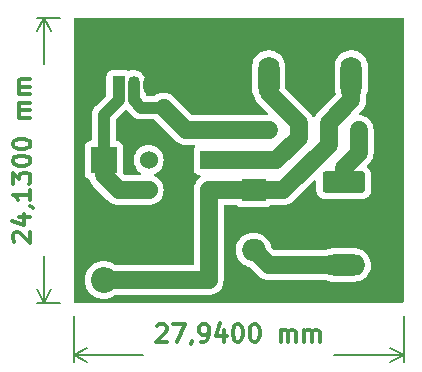
<source format=gbr>
%TF.GenerationSoftware,KiCad,Pcbnew,(6.0.0)*%
%TF.CreationDate,2023-01-12T11:24:50+01:00*%
%TF.ProjectId,AlimThermostats,416c696d-5468-4657-926d-6f7374617473,rev?*%
%TF.SameCoordinates,Original*%
%TF.FileFunction,Copper,L2,Bot*%
%TF.FilePolarity,Positive*%
%FSLAX46Y46*%
G04 Gerber Fmt 4.6, Leading zero omitted, Abs format (unit mm)*
G04 Created by KiCad (PCBNEW (6.0.0)) date 2023-01-12 11:24:50*
%MOMM*%
%LPD*%
G01*
G04 APERTURE LIST*
G04 Aperture macros list*
%AMRoundRect*
0 Rectangle with rounded corners*
0 $1 Rounding radius*
0 $2 $3 $4 $5 $6 $7 $8 $9 X,Y pos of 4 corners*
0 Add a 4 corners polygon primitive as box body*
4,1,4,$2,$3,$4,$5,$6,$7,$8,$9,$2,$3,0*
0 Add four circle primitives for the rounded corners*
1,1,$1+$1,$2,$3*
1,1,$1+$1,$4,$5*
1,1,$1+$1,$6,$7*
1,1,$1+$1,$8,$9*
0 Add four rect primitives between the rounded corners*
20,1,$1+$1,$2,$3,$4,$5,0*
20,1,$1+$1,$4,$5,$6,$7,0*
20,1,$1+$1,$6,$7,$8,$9,0*
20,1,$1+$1,$8,$9,$2,$3,0*%
G04 Aperture macros list end*
%ADD10C,0.300000*%
%TA.AperFunction,NonConductor*%
%ADD11C,0.300000*%
%TD*%
%TA.AperFunction,NonConductor*%
%ADD12C,0.200000*%
%TD*%
%TA.AperFunction,ComponentPad*%
%ADD13R,2.000000X1.905000*%
%TD*%
%TA.AperFunction,ComponentPad*%
%ADD14O,2.000000X1.905000*%
%TD*%
%TA.AperFunction,ComponentPad*%
%ADD15R,2.200000X2.200000*%
%TD*%
%TA.AperFunction,ComponentPad*%
%ADD16O,2.200000X2.200000*%
%TD*%
%TA.AperFunction,ComponentPad*%
%ADD17RoundRect,0.250000X-1.550000X0.650000X-1.550000X-0.650000X1.550000X-0.650000X1.550000X0.650000X0*%
%TD*%
%TA.AperFunction,ComponentPad*%
%ADD18O,3.600000X1.800000*%
%TD*%
%TA.AperFunction,ComponentPad*%
%ADD19O,1.400000X1.400000*%
%TD*%
%TA.AperFunction,ComponentPad*%
%ADD20C,1.400000*%
%TD*%
%TA.AperFunction,ComponentPad*%
%ADD21R,1.524000X1.524000*%
%TD*%
%TA.AperFunction,ComponentPad*%
%ADD22C,1.524000*%
%TD*%
%TA.AperFunction,ComponentPad*%
%ADD23RoundRect,0.250000X-0.650000X-1.550000X0.650000X-1.550000X0.650000X1.550000X-0.650000X1.550000X0*%
%TD*%
%TA.AperFunction,ComponentPad*%
%ADD24O,1.800000X3.600000*%
%TD*%
%TA.AperFunction,ComponentPad*%
%ADD25R,1.050000X1.500000*%
%TD*%
%TA.AperFunction,ComponentPad*%
%ADD26O,1.050000X1.500000*%
%TD*%
%TA.AperFunction,Conductor*%
%ADD27C,1.500000*%
%TD*%
%TA.AperFunction,Conductor*%
%ADD28C,1.000000*%
%TD*%
G04 APERTURE END LIST*
D10*
D11*
X124521428Y-72968571D02*
X124450000Y-72897142D01*
X124378571Y-72754285D01*
X124378571Y-72397142D01*
X124450000Y-72254285D01*
X124521428Y-72182857D01*
X124664285Y-72111428D01*
X124807142Y-72111428D01*
X125021428Y-72182857D01*
X125878571Y-73040000D01*
X125878571Y-72111428D01*
X124878571Y-70825714D02*
X125878571Y-70825714D01*
X124307142Y-71182857D02*
X125378571Y-71540000D01*
X125378571Y-70611428D01*
X125807142Y-69968571D02*
X125878571Y-69968571D01*
X126021428Y-70040000D01*
X126092857Y-70111428D01*
X125878571Y-68540000D02*
X125878571Y-69397142D01*
X125878571Y-68968571D02*
X124378571Y-68968571D01*
X124592857Y-69111428D01*
X124735714Y-69254285D01*
X124807142Y-69397142D01*
X124378571Y-68040000D02*
X124378571Y-67111428D01*
X124950000Y-67611428D01*
X124950000Y-67397142D01*
X125021428Y-67254285D01*
X125092857Y-67182857D01*
X125235714Y-67111428D01*
X125592857Y-67111428D01*
X125735714Y-67182857D01*
X125807142Y-67254285D01*
X125878571Y-67397142D01*
X125878571Y-67825714D01*
X125807142Y-67968571D01*
X125735714Y-68040000D01*
X124378571Y-66182857D02*
X124378571Y-66040000D01*
X124450000Y-65897142D01*
X124521428Y-65825714D01*
X124664285Y-65754285D01*
X124950000Y-65682857D01*
X125307142Y-65682857D01*
X125592857Y-65754285D01*
X125735714Y-65825714D01*
X125807142Y-65897142D01*
X125878571Y-66040000D01*
X125878571Y-66182857D01*
X125807142Y-66325714D01*
X125735714Y-66397142D01*
X125592857Y-66468571D01*
X125307142Y-66540000D01*
X124950000Y-66540000D01*
X124664285Y-66468571D01*
X124521428Y-66397142D01*
X124450000Y-66325714D01*
X124378571Y-66182857D01*
X124378571Y-64754285D02*
X124378571Y-64611428D01*
X124450000Y-64468571D01*
X124521428Y-64397142D01*
X124664285Y-64325714D01*
X124950000Y-64254285D01*
X125307142Y-64254285D01*
X125592857Y-64325714D01*
X125735714Y-64397142D01*
X125807142Y-64468571D01*
X125878571Y-64611428D01*
X125878571Y-64754285D01*
X125807142Y-64897142D01*
X125735714Y-64968571D01*
X125592857Y-65040000D01*
X125307142Y-65111428D01*
X124950000Y-65111428D01*
X124664285Y-65040000D01*
X124521428Y-64968571D01*
X124450000Y-64897142D01*
X124378571Y-64754285D01*
X125878571Y-62468571D02*
X124878571Y-62468571D01*
X125021428Y-62468571D02*
X124950000Y-62397142D01*
X124878571Y-62254285D01*
X124878571Y-62040000D01*
X124950000Y-61897142D01*
X125092857Y-61825714D01*
X125878571Y-61825714D01*
X125092857Y-61825714D02*
X124950000Y-61754285D01*
X124878571Y-61611428D01*
X124878571Y-61397142D01*
X124950000Y-61254285D01*
X125092857Y-61182857D01*
X125878571Y-61182857D01*
X125878571Y-60468571D02*
X124878571Y-60468571D01*
X125021428Y-60468571D02*
X124950000Y-60397142D01*
X124878571Y-60254285D01*
X124878571Y-60040000D01*
X124950000Y-59897142D01*
X125092857Y-59825714D01*
X125878571Y-59825714D01*
X125092857Y-59825714D02*
X124950000Y-59754285D01*
X124878571Y-59611428D01*
X124878571Y-59397142D01*
X124950000Y-59254285D01*
X125092857Y-59182857D01*
X125878571Y-59182857D01*
D12*
X128405000Y-78105000D02*
X126413580Y-78105000D01*
X128405000Y-53975000D02*
X126413580Y-53975000D01*
X127000000Y-78105000D02*
X127000000Y-74154285D01*
X127000000Y-57925714D02*
X127000000Y-53975000D01*
X127000000Y-78105000D02*
X127586421Y-76978496D01*
X127000000Y-78105000D02*
X126413579Y-76978496D01*
X127000000Y-53975000D02*
X126413579Y-55101504D01*
X127000000Y-53975000D02*
X127586421Y-55101504D01*
D10*
D11*
X136581428Y-80071428D02*
X136652857Y-80000000D01*
X136795714Y-79928571D01*
X137152857Y-79928571D01*
X137295714Y-80000000D01*
X137367142Y-80071428D01*
X137438571Y-80214285D01*
X137438571Y-80357142D01*
X137367142Y-80571428D01*
X136510000Y-81428571D01*
X137438571Y-81428571D01*
X137938571Y-79928571D02*
X138938571Y-79928571D01*
X138295714Y-81428571D01*
X139581428Y-81357142D02*
X139581428Y-81428571D01*
X139510000Y-81571428D01*
X139438571Y-81642857D01*
X140295714Y-81428571D02*
X140581428Y-81428571D01*
X140724285Y-81357142D01*
X140795714Y-81285714D01*
X140938571Y-81071428D01*
X141010000Y-80785714D01*
X141010000Y-80214285D01*
X140938571Y-80071428D01*
X140867142Y-80000000D01*
X140724285Y-79928571D01*
X140438571Y-79928571D01*
X140295714Y-80000000D01*
X140224285Y-80071428D01*
X140152857Y-80214285D01*
X140152857Y-80571428D01*
X140224285Y-80714285D01*
X140295714Y-80785714D01*
X140438571Y-80857142D01*
X140724285Y-80857142D01*
X140867142Y-80785714D01*
X140938571Y-80714285D01*
X141010000Y-80571428D01*
X142295714Y-80428571D02*
X142295714Y-81428571D01*
X141938571Y-79857142D02*
X141581428Y-80928571D01*
X142510000Y-80928571D01*
X143367142Y-79928571D02*
X143510000Y-79928571D01*
X143652857Y-80000000D01*
X143724285Y-80071428D01*
X143795714Y-80214285D01*
X143867142Y-80500000D01*
X143867142Y-80857142D01*
X143795714Y-81142857D01*
X143724285Y-81285714D01*
X143652857Y-81357142D01*
X143510000Y-81428571D01*
X143367142Y-81428571D01*
X143224285Y-81357142D01*
X143152857Y-81285714D01*
X143081428Y-81142857D01*
X143010000Y-80857142D01*
X143010000Y-80500000D01*
X143081428Y-80214285D01*
X143152857Y-80071428D01*
X143224285Y-80000000D01*
X143367142Y-79928571D01*
X144795714Y-79928571D02*
X144938571Y-79928571D01*
X145081428Y-80000000D01*
X145152857Y-80071428D01*
X145224285Y-80214285D01*
X145295714Y-80500000D01*
X145295714Y-80857142D01*
X145224285Y-81142857D01*
X145152857Y-81285714D01*
X145081428Y-81357142D01*
X144938571Y-81428571D01*
X144795714Y-81428571D01*
X144652857Y-81357142D01*
X144581428Y-81285714D01*
X144510000Y-81142857D01*
X144438571Y-80857142D01*
X144438571Y-80500000D01*
X144510000Y-80214285D01*
X144581428Y-80071428D01*
X144652857Y-80000000D01*
X144795714Y-79928571D01*
X147081428Y-81428571D02*
X147081428Y-80428571D01*
X147081428Y-80571428D02*
X147152857Y-80500000D01*
X147295714Y-80428571D01*
X147510000Y-80428571D01*
X147652857Y-80500000D01*
X147724285Y-80642857D01*
X147724285Y-81428571D01*
X147724285Y-80642857D02*
X147795714Y-80500000D01*
X147938571Y-80428571D01*
X148152857Y-80428571D01*
X148295714Y-80500000D01*
X148367142Y-80642857D01*
X148367142Y-81428571D01*
X149081428Y-81428571D02*
X149081428Y-80428571D01*
X149081428Y-80571428D02*
X149152857Y-80500000D01*
X149295714Y-80428571D01*
X149510000Y-80428571D01*
X149652857Y-80500000D01*
X149724285Y-80642857D01*
X149724285Y-81428571D01*
X149724285Y-80642857D02*
X149795714Y-80500000D01*
X149938571Y-80428571D01*
X150152857Y-80428571D01*
X150295714Y-80500000D01*
X150367142Y-80642857D01*
X150367142Y-81428571D01*
D12*
X129540000Y-79240000D02*
X129540000Y-83136420D01*
X157480000Y-79240000D02*
X157480000Y-83136420D01*
X129540000Y-82550000D02*
X135395715Y-82550000D01*
X151624286Y-82550000D02*
X157480000Y-82550000D01*
X129540000Y-82550000D02*
X130666504Y-83136421D01*
X129540000Y-82550000D02*
X130666504Y-81963579D01*
X157480000Y-82550000D02*
X156353496Y-81963579D01*
X157480000Y-82550000D02*
X156353496Y-83136421D01*
D13*
%TO.P,U1,1,VI*%
%TO.N,Net-(D1-Pad2)*%
X144780000Y-68580000D03*
D14*
%TO.P,U1,2,GND*%
%TO.N,GND*%
X144780000Y-71120000D03*
%TO.P,U1,3,VO*%
%TO.N,Net-(J2-Pad3)*%
X144780000Y-73660000D03*
%TD*%
D15*
%TO.P,D1,1,K*%
%TO.N,Net-(D1-Pad1)*%
X132080000Y-66040000D03*
D16*
%TO.P,D1,2,A*%
%TO.N,Net-(D1-Pad2)*%
X132080000Y-76200000D03*
%TD*%
D17*
%TO.P,J2,1,Pin_1*%
%TO.N,Net-(J2-Pad1)*%
X152400000Y-67930000D03*
D18*
%TO.P,J2,2,Pin_2*%
%TO.N,GND*%
X152400000Y-71430000D03*
%TO.P,J2,3,Pin_3*%
%TO.N,Net-(J2-Pad3)*%
X152400000Y-74930000D03*
%TD*%
D19*
%TO.P,R1,2*%
%TO.N,Net-(J2-Pad1)*%
X153670000Y-63500000D03*
D20*
%TO.P,R1,1*%
%TO.N,Net-(Q1-Pad2)*%
X146050000Y-63500000D03*
%TD*%
D21*
%TO.P,K1,1*%
%TO.N,Net-(K1-Pad1)*%
X140970000Y-66040000D03*
D22*
%TO.P,K1,2*%
%TO.N,unconnected-(K1-Pad2)*%
X135890000Y-66040000D03*
%TO.P,K1,3*%
%TO.N,Net-(D1-Pad2)*%
X140970000Y-68580000D03*
%TO.P,K1,4*%
%TO.N,Net-(D1-Pad1)*%
X135890000Y-68580000D03*
%TO.P,K1,5*%
%TO.N,Net-(D1-Pad2)*%
X140970000Y-76200000D03*
%TO.P,K1,6*%
X135890000Y-76200000D03*
%TD*%
D23*
%TO.P,J1,1,Pin_1*%
%TO.N,GND*%
X142550000Y-59055000D03*
D24*
%TO.P,J1,2,Pin_2*%
%TO.N,Net-(K1-Pad1)*%
X146050000Y-59055000D03*
%TO.P,J1,3,Pin_3*%
%TO.N,GND*%
X149550000Y-59055000D03*
%TO.P,J1,4,Pin_4*%
%TO.N,Net-(D1-Pad2)*%
X153050000Y-59055000D03*
%TD*%
D25*
%TO.P,Q1,1,D*%
%TO.N,Net-(D1-Pad1)*%
X133350000Y-59690000D03*
D26*
%TO.P,Q1,2,G*%
%TO.N,Net-(Q1-Pad2)*%
X134620000Y-59690000D03*
%TO.P,Q1,3,S*%
%TO.N,GND*%
X135890000Y-59690000D03*
%TD*%
D19*
%TO.P,R2,2*%
%TO.N,Net-(Q1-Pad2)*%
X143510000Y-63500000D03*
D20*
%TO.P,R2,1*%
%TO.N,GND*%
X135890000Y-63500000D03*
%TD*%
D27*
%TO.N,Net-(J2-Pad1)*%
X153670000Y-65405000D02*
X152400000Y-66675000D01*
X153670000Y-63500000D02*
X153670000Y-65405000D01*
X152400000Y-66675000D02*
X152400000Y-67930000D01*
%TO.N,Net-(J2-Pad3)*%
X146050000Y-74930000D02*
X144780000Y-73660000D01*
X152400000Y-74930000D02*
X146050000Y-74930000D01*
%TO.N,Net-(K1-Pad1)*%
X146050000Y-60325000D02*
X146050000Y-59055000D01*
X148590000Y-62865000D02*
X146050000Y-60325000D01*
X148590000Y-64135000D02*
X148590000Y-62865000D01*
X146685000Y-66040000D02*
X148590000Y-64135000D01*
X140970000Y-66040000D02*
X146685000Y-66040000D01*
%TO.N,Net-(Q1-Pad2)*%
X139065000Y-63500000D02*
X137160000Y-61595000D01*
X143510000Y-63500000D02*
X139065000Y-63500000D01*
D28*
X135255000Y-61595000D02*
X137160000Y-61595000D01*
X134620000Y-60960000D02*
X135255000Y-61595000D01*
X134620000Y-59690000D02*
X134620000Y-60960000D01*
%TO.N,Net-(D1-Pad1)*%
X132080000Y-62230000D02*
X132080000Y-66040000D01*
X133350000Y-60960000D02*
X132080000Y-62230000D01*
X133350000Y-59690000D02*
X133350000Y-60960000D01*
D27*
%TO.N,Net-(D1-Pad2)*%
X153050000Y-60945000D02*
X153050000Y-59055000D01*
X151130000Y-64730000D02*
X151130000Y-62865000D01*
X147280000Y-68580000D02*
X151130000Y-64730000D01*
X151130000Y-62865000D02*
X153050000Y-60945000D01*
X144780000Y-68580000D02*
X147280000Y-68580000D01*
X135890000Y-76200000D02*
X132080000Y-76200000D01*
X140970000Y-68580000D02*
X140970000Y-76200000D01*
X140970000Y-68580000D02*
X144780000Y-68580000D01*
X140970000Y-76200000D02*
X135890000Y-76200000D01*
%TO.N,Net-(D1-Pad1)*%
X132080000Y-67310000D02*
X132080000Y-66040000D01*
X133350000Y-68580000D02*
X132080000Y-67310000D01*
X135890000Y-68580000D02*
X133350000Y-68580000D01*
%TO.N,Net-(Q1-Pad2)*%
X146050000Y-63500000D02*
X143510000Y-63500000D01*
%TD*%
%TA.AperFunction,Conductor*%
%TO.N,GND*%
G36*
X157422121Y-53995002D02*
G01*
X157468614Y-54048658D01*
X157480000Y-54101000D01*
X157480000Y-77979000D01*
X157459998Y-78047121D01*
X157406342Y-78093614D01*
X157354000Y-78105000D01*
X129666000Y-78105000D01*
X129597879Y-78084998D01*
X129551386Y-78031342D01*
X129540000Y-77979000D01*
X129540000Y-76200000D01*
X130466526Y-76200000D01*
X130486391Y-76452403D01*
X130545495Y-76698591D01*
X130547388Y-76703162D01*
X130547389Y-76703164D01*
X130604974Y-76842185D01*
X130642384Y-76932502D01*
X130774672Y-77148376D01*
X130939102Y-77340898D01*
X131131624Y-77505328D01*
X131347498Y-77637616D01*
X131352068Y-77639509D01*
X131352072Y-77639511D01*
X131576836Y-77732611D01*
X131581409Y-77734505D01*
X131666032Y-77754821D01*
X131822784Y-77792454D01*
X131822790Y-77792455D01*
X131827597Y-77793609D01*
X132080000Y-77813474D01*
X132332403Y-77793609D01*
X132337210Y-77792455D01*
X132337216Y-77792454D01*
X132493968Y-77754821D01*
X132578591Y-77734505D01*
X132583164Y-77732611D01*
X132807928Y-77639511D01*
X132807932Y-77639509D01*
X132812502Y-77637616D01*
X133028376Y-77505328D01*
X133047858Y-77488688D01*
X133112649Y-77459658D01*
X133129689Y-77458500D01*
X135691858Y-77458500D01*
X135702839Y-77458979D01*
X135890000Y-77475353D01*
X135895475Y-77474874D01*
X136077161Y-77458979D01*
X136088142Y-77458500D01*
X140771858Y-77458500D01*
X140782839Y-77458979D01*
X140970000Y-77475353D01*
X141191463Y-77455978D01*
X141335051Y-77417503D01*
X141400886Y-77399863D01*
X141400888Y-77399862D01*
X141406196Y-77398440D01*
X141411178Y-77396117D01*
X141602690Y-77306814D01*
X141602695Y-77306811D01*
X141607677Y-77304488D01*
X141709505Y-77233187D01*
X141785270Y-77180136D01*
X141785273Y-77180134D01*
X141789781Y-77176977D01*
X141946977Y-77019781D01*
X142005136Y-76936722D01*
X142071331Y-76842185D01*
X142071332Y-76842183D01*
X142074488Y-76837676D01*
X142076811Y-76832694D01*
X142076814Y-76832689D01*
X142166117Y-76641178D01*
X142166118Y-76641177D01*
X142168440Y-76636196D01*
X142225978Y-76421463D01*
X142245353Y-76200000D01*
X142228979Y-76012839D01*
X142228500Y-76001858D01*
X142228500Y-73762263D01*
X143270064Y-73762263D01*
X143306404Y-73999744D01*
X143336913Y-74093087D01*
X143379434Y-74223183D01*
X143379437Y-74223189D01*
X143381042Y-74228101D01*
X143491975Y-74441200D01*
X143495085Y-74445342D01*
X143615713Y-74606003D01*
X143636223Y-74633320D01*
X143809912Y-74799301D01*
X143814184Y-74802215D01*
X143994364Y-74925126D01*
X144008378Y-74934686D01*
X144013061Y-74936860D01*
X144013065Y-74936862D01*
X144221595Y-75033658D01*
X144221599Y-75033659D01*
X144226290Y-75035837D01*
X144310181Y-75059102D01*
X144401553Y-75084442D01*
X144456977Y-75116764D01*
X145095479Y-75755267D01*
X145106346Y-75767658D01*
X145119877Y-75785292D01*
X145124023Y-75789065D01*
X145124028Y-75789070D01*
X145180164Y-75840149D01*
X145184459Y-75844247D01*
X145200410Y-75860198D01*
X145220436Y-75876942D01*
X145224391Y-75880392D01*
X145286036Y-75936485D01*
X145290790Y-75939467D01*
X145301230Y-75946016D01*
X145315090Y-75956085D01*
X145328853Y-75967593D01*
X145333734Y-75970377D01*
X145401218Y-76008869D01*
X145405748Y-76011579D01*
X145476344Y-76055864D01*
X145481548Y-76057956D01*
X145492983Y-76062553D01*
X145508413Y-76070012D01*
X145519119Y-76076119D01*
X145519128Y-76076123D01*
X145523993Y-76078898D01*
X145602546Y-76106715D01*
X145607458Y-76108571D01*
X145684783Y-76139656D01*
X145690273Y-76140793D01*
X145702349Y-76143294D01*
X145718844Y-76147899D01*
X145735759Y-76153889D01*
X145818010Y-76167359D01*
X145823180Y-76168317D01*
X145904767Y-76185213D01*
X145909379Y-76185479D01*
X145909380Y-76185479D01*
X145932548Y-76186815D01*
X145945653Y-76188262D01*
X145951910Y-76189286D01*
X145951914Y-76189286D01*
X145957457Y-76190194D01*
X145963070Y-76190106D01*
X145963072Y-76190106D01*
X146064264Y-76188516D01*
X146066243Y-76188500D01*
X150830278Y-76188500D01*
X150892609Y-76204997D01*
X150907066Y-76213227D01*
X151131753Y-76294784D01*
X151137002Y-76295733D01*
X151137005Y-76295734D01*
X151362885Y-76336580D01*
X151362893Y-76336581D01*
X151366969Y-76337318D01*
X151385359Y-76338185D01*
X151390544Y-76338430D01*
X151390551Y-76338430D01*
X151392032Y-76338500D01*
X153360012Y-76338500D01*
X153538175Y-76323383D01*
X153543339Y-76322043D01*
X153543343Y-76322042D01*
X153764375Y-76264673D01*
X153764380Y-76264671D01*
X153769540Y-76263332D01*
X153880769Y-76213227D01*
X153982619Y-76167347D01*
X153982622Y-76167346D01*
X153987480Y-76165157D01*
X154185762Y-76031666D01*
X154209660Y-76008869D01*
X154285537Y-75936485D01*
X154358718Y-75866674D01*
X154501402Y-75674900D01*
X154609733Y-75461828D01*
X154673695Y-75255838D01*
X154679032Y-75238651D01*
X154679033Y-75238645D01*
X154680616Y-75233548D01*
X154703240Y-75062858D01*
X154711323Y-75001873D01*
X154711323Y-75001869D01*
X154712023Y-74996589D01*
X154703055Y-74757726D01*
X154653970Y-74523789D01*
X154566171Y-74301467D01*
X154442168Y-74097117D01*
X154285507Y-73916581D01*
X154281381Y-73913198D01*
X154281377Y-73913194D01*
X154104795Y-73768407D01*
X154100667Y-73765022D01*
X154096031Y-73762383D01*
X154096028Y-73762381D01*
X153919613Y-73661960D01*
X153892934Y-73646773D01*
X153668247Y-73565216D01*
X153662998Y-73564267D01*
X153662995Y-73564266D01*
X153437115Y-73523420D01*
X153437107Y-73523419D01*
X153433031Y-73522682D01*
X153414641Y-73521815D01*
X153409456Y-73521570D01*
X153409449Y-73521570D01*
X153407968Y-73521500D01*
X151439988Y-73521500D01*
X151261825Y-73536617D01*
X151256661Y-73537957D01*
X151256657Y-73537958D01*
X151035625Y-73595327D01*
X151035620Y-73595329D01*
X151030460Y-73596668D01*
X151025594Y-73598860D01*
X150889020Y-73660382D01*
X150837269Y-73671500D01*
X146623478Y-73671500D01*
X146555357Y-73651498D01*
X146534383Y-73634595D01*
X146288729Y-73388941D01*
X146255254Y-73329044D01*
X146254378Y-73325368D01*
X146253596Y-73320256D01*
X146233498Y-73258765D01*
X146180566Y-73096817D01*
X146180563Y-73096811D01*
X146178958Y-73091899D01*
X146068025Y-72878800D01*
X145923777Y-72686680D01*
X145750088Y-72520699D01*
X145551622Y-72385314D01*
X145546939Y-72383140D01*
X145546935Y-72383138D01*
X145338405Y-72286342D01*
X145338401Y-72286341D01*
X145333710Y-72284163D01*
X145102202Y-72219960D01*
X145097065Y-72219411D01*
X144909407Y-72199356D01*
X144909399Y-72199356D01*
X144906072Y-72199000D01*
X144671598Y-72199000D01*
X144669025Y-72199212D01*
X144669014Y-72199212D01*
X144568054Y-72207513D01*
X144493063Y-72213678D01*
X144260056Y-72272206D01*
X144131229Y-72328221D01*
X144044474Y-72365943D01*
X144044471Y-72365945D01*
X144039737Y-72368003D01*
X143838023Y-72498498D01*
X143660330Y-72660186D01*
X143636141Y-72690815D01*
X143514633Y-72844670D01*
X143514630Y-72844675D01*
X143511432Y-72848724D01*
X143508939Y-72853240D01*
X143508937Y-72853243D01*
X143397823Y-73054526D01*
X143395326Y-73059050D01*
X143315130Y-73285515D01*
X143314223Y-73290608D01*
X143314222Y-73290611D01*
X143308942Y-73320256D01*
X143272999Y-73522037D01*
X143270064Y-73762263D01*
X142228500Y-73762263D01*
X142228500Y-69964500D01*
X142248502Y-69896379D01*
X142302158Y-69849886D01*
X142354500Y-69838500D01*
X143310797Y-69838500D01*
X143378918Y-69858502D01*
X143404724Y-69882515D01*
X143405008Y-69882231D01*
X143411357Y-69888580D01*
X143416739Y-69895761D01*
X143533295Y-69983115D01*
X143669684Y-70034245D01*
X143731866Y-70041000D01*
X145828134Y-70041000D01*
X145890316Y-70034245D01*
X146026705Y-69983115D01*
X146143261Y-69895761D01*
X146148643Y-69888580D01*
X146154992Y-69882231D01*
X146155997Y-69883236D01*
X146205238Y-69846419D01*
X146249203Y-69838500D01*
X147188604Y-69838500D01*
X147205051Y-69839578D01*
X147221516Y-69841746D01*
X147221520Y-69841746D01*
X147227086Y-69842479D01*
X147308489Y-69838640D01*
X147314424Y-69838500D01*
X147336999Y-69838500D01*
X147362989Y-69836181D01*
X147368248Y-69835822D01*
X147451488Y-69831896D01*
X147456947Y-69830646D01*
X147456952Y-69830645D01*
X147468970Y-69827892D01*
X147485899Y-69825211D01*
X147503762Y-69823617D01*
X147509178Y-69822135D01*
X147509180Y-69822135D01*
X147584133Y-69801630D01*
X147589251Y-69800344D01*
X147665000Y-69782995D01*
X147665002Y-69782994D01*
X147670470Y-69781742D01*
X147683658Y-69776117D01*
X147686967Y-69774706D01*
X147703142Y-69769073D01*
X147715039Y-69765818D01*
X147715043Y-69765817D01*
X147720451Y-69764337D01*
X147790826Y-69730770D01*
X147795667Y-69728461D01*
X147800476Y-69726290D01*
X147871949Y-69695804D01*
X147871950Y-69695804D01*
X147877109Y-69693603D01*
X147892110Y-69683749D01*
X147907025Y-69675346D01*
X147923218Y-69667622D01*
X147927769Y-69664352D01*
X147927772Y-69664350D01*
X147960996Y-69640476D01*
X147990892Y-69618994D01*
X147995232Y-69616011D01*
X148061010Y-69572804D01*
X148061018Y-69572798D01*
X148064874Y-69570265D01*
X148085662Y-69551743D01*
X148095939Y-69543510D01*
X148105654Y-69536529D01*
X148180063Y-69459745D01*
X148181452Y-69458335D01*
X149876405Y-67763383D01*
X149938717Y-67729357D01*
X150009533Y-67734422D01*
X150066368Y-67776969D01*
X150091179Y-67843489D01*
X150091500Y-67852478D01*
X150091500Y-68630400D01*
X150102474Y-68736166D01*
X150158450Y-68903946D01*
X150251522Y-69054348D01*
X150376697Y-69179305D01*
X150382927Y-69183145D01*
X150382928Y-69183146D01*
X150520090Y-69267694D01*
X150527262Y-69272115D01*
X150607005Y-69298564D01*
X150688611Y-69325632D01*
X150688613Y-69325632D01*
X150695139Y-69327797D01*
X150701975Y-69328497D01*
X150701978Y-69328498D01*
X150745031Y-69332909D01*
X150799600Y-69338500D01*
X154000400Y-69338500D01*
X154003646Y-69338163D01*
X154003650Y-69338163D01*
X154099308Y-69328238D01*
X154099312Y-69328237D01*
X154106166Y-69327526D01*
X154112702Y-69325345D01*
X154112704Y-69325345D01*
X154244806Y-69281272D01*
X154273946Y-69271550D01*
X154424348Y-69178478D01*
X154549305Y-69053303D01*
X154642115Y-68902738D01*
X154677524Y-68795984D01*
X154695632Y-68741389D01*
X154695632Y-68741387D01*
X154697797Y-68734861D01*
X154708500Y-68630400D01*
X154708500Y-67229600D01*
X154702383Y-67170642D01*
X154698238Y-67130692D01*
X154698237Y-67130688D01*
X154697526Y-67123834D01*
X154641550Y-66956054D01*
X154548478Y-66805652D01*
X154423303Y-66680695D01*
X154404820Y-66669302D01*
X154357327Y-66616530D01*
X154345903Y-66546459D01*
X154374177Y-66481335D01*
X154381841Y-66472947D01*
X154495263Y-66359525D01*
X154507654Y-66348657D01*
X154520841Y-66338538D01*
X154525292Y-66335123D01*
X154529065Y-66330977D01*
X154529070Y-66330972D01*
X154580149Y-66274836D01*
X154584247Y-66270541D01*
X154600198Y-66254590D01*
X154616942Y-66234564D01*
X154620401Y-66230599D01*
X154672708Y-66173115D01*
X154672709Y-66173114D01*
X154676485Y-66168964D01*
X154686016Y-66153770D01*
X154696085Y-66139910D01*
X154707593Y-66126147D01*
X154748869Y-66053782D01*
X154751579Y-66049253D01*
X154792885Y-65983405D01*
X154795864Y-65978656D01*
X154802553Y-65962017D01*
X154810012Y-65946587D01*
X154816119Y-65935881D01*
X154816123Y-65935872D01*
X154818898Y-65931007D01*
X154846715Y-65852454D01*
X154848576Y-65847529D01*
X154879656Y-65770217D01*
X154883294Y-65752650D01*
X154887899Y-65736156D01*
X154893889Y-65719241D01*
X154907359Y-65636990D01*
X154908319Y-65631811D01*
X154924276Y-65554758D01*
X154924276Y-65554757D01*
X154925213Y-65550233D01*
X154926815Y-65522452D01*
X154928262Y-65509347D01*
X154929286Y-65503090D01*
X154929286Y-65503086D01*
X154930194Y-65497543D01*
X154928516Y-65390736D01*
X154928500Y-65388757D01*
X154928500Y-63443001D01*
X154923439Y-63386287D01*
X154914116Y-63281833D01*
X154913617Y-63276238D01*
X154854337Y-63059549D01*
X154757622Y-62856782D01*
X154626529Y-62674346D01*
X154553942Y-62604004D01*
X154469229Y-62521911D01*
X154469226Y-62521909D01*
X154465201Y-62518008D01*
X154278738Y-62392710D01*
X154073033Y-62302412D01*
X154067582Y-62301103D01*
X154067578Y-62301102D01*
X153860046Y-62251278D01*
X153860045Y-62251278D01*
X153854589Y-62249968D01*
X153823351Y-62248167D01*
X153756494Y-62224277D01*
X153713167Y-62168035D01*
X153707124Y-62097296D01*
X153741508Y-62033281D01*
X153875267Y-61899522D01*
X153887658Y-61888654D01*
X153900848Y-61878533D01*
X153905292Y-61875123D01*
X153960158Y-61814826D01*
X153964257Y-61810531D01*
X153980198Y-61794590D01*
X153981995Y-61792441D01*
X153996932Y-61774577D01*
X154000400Y-61770602D01*
X154052712Y-61713112D01*
X154052719Y-61713103D01*
X154056485Y-61708964D01*
X154066014Y-61693773D01*
X154076089Y-61679907D01*
X154083996Y-61670451D01*
X154084003Y-61670441D01*
X154087594Y-61666146D01*
X154128887Y-61593752D01*
X154131592Y-61589232D01*
X154172886Y-61523404D01*
X154172888Y-61523401D01*
X154175864Y-61518656D01*
X154182552Y-61502021D01*
X154190012Y-61486589D01*
X154196120Y-61475881D01*
X154196124Y-61475872D01*
X154198899Y-61471007D01*
X154200768Y-61465730D01*
X154200770Y-61465725D01*
X154226715Y-61392458D01*
X154228580Y-61387522D01*
X154257566Y-61315416D01*
X154259656Y-61310217D01*
X154263294Y-61292650D01*
X154267899Y-61276156D01*
X154273889Y-61259241D01*
X154287359Y-61176990D01*
X154288319Y-61171811D01*
X154292701Y-61150654D01*
X154305213Y-61090233D01*
X154306815Y-61062452D01*
X154308262Y-61049347D01*
X154309286Y-61043090D01*
X154309286Y-61043086D01*
X154310194Y-61037543D01*
X154308516Y-60930736D01*
X154308500Y-60928757D01*
X154308500Y-60624722D01*
X154324997Y-60562391D01*
X154333227Y-60547934D01*
X154414784Y-60323247D01*
X154437370Y-60198346D01*
X154456580Y-60092115D01*
X154456581Y-60092107D01*
X154457318Y-60088031D01*
X154458500Y-60062968D01*
X154458500Y-58094988D01*
X154443383Y-57916825D01*
X154383332Y-57685460D01*
X154327747Y-57562066D01*
X154287347Y-57472381D01*
X154287346Y-57472378D01*
X154285157Y-57467520D01*
X154151666Y-57269238D01*
X153986674Y-57096282D01*
X153794900Y-56953598D01*
X153790149Y-56951182D01*
X153790145Y-56951180D01*
X153586586Y-56847686D01*
X153586585Y-56847686D01*
X153581828Y-56845267D01*
X153439362Y-56801030D01*
X153358651Y-56775968D01*
X153358645Y-56775967D01*
X153353548Y-56774384D01*
X153226117Y-56757494D01*
X153121873Y-56743677D01*
X153121869Y-56743677D01*
X153116589Y-56742977D01*
X153111260Y-56743177D01*
X153111259Y-56743177D01*
X153013491Y-56746848D01*
X152877726Y-56751945D01*
X152790816Y-56770181D01*
X152649016Y-56799933D01*
X152649013Y-56799934D01*
X152643789Y-56801030D01*
X152421467Y-56888829D01*
X152217117Y-57012832D01*
X152036581Y-57169493D01*
X152033198Y-57173619D01*
X152033194Y-57173623D01*
X151954795Y-57269238D01*
X151885022Y-57354333D01*
X151766773Y-57562066D01*
X151685216Y-57786753D01*
X151684267Y-57792002D01*
X151684266Y-57792005D01*
X151643420Y-58017885D01*
X151643419Y-58017893D01*
X151642682Y-58021969D01*
X151641500Y-58047032D01*
X151641500Y-60015012D01*
X151656617Y-60193175D01*
X151657958Y-60198343D01*
X151657959Y-60198346D01*
X151713807Y-60413520D01*
X151711560Y-60484481D01*
X151680943Y-60534269D01*
X150304737Y-61910475D01*
X150292347Y-61921342D01*
X150274708Y-61934877D01*
X150220188Y-61994794D01*
X150219842Y-61995174D01*
X150215743Y-61999469D01*
X150199802Y-62015410D01*
X150198007Y-62017557D01*
X150198005Y-62017559D01*
X150183068Y-62035423D01*
X150179600Y-62039398D01*
X150127288Y-62096888D01*
X150127281Y-62096897D01*
X150123515Y-62101036D01*
X150120538Y-62105782D01*
X150120537Y-62105783D01*
X150113987Y-62116225D01*
X150103911Y-62130093D01*
X150096004Y-62139549D01*
X150095997Y-62139559D01*
X150092406Y-62143854D01*
X150069823Y-62183447D01*
X150051118Y-62216240D01*
X150048408Y-62220768D01*
X150008764Y-62283967D01*
X150004136Y-62291344D01*
X150002043Y-62296549D01*
X150002042Y-62296552D01*
X149997448Y-62307979D01*
X149989988Y-62323411D01*
X149983880Y-62334119D01*
X149983876Y-62334128D01*
X149981101Y-62338993D01*
X149978281Y-62346958D01*
X149977156Y-62350134D01*
X149935563Y-62407671D01*
X149869466Y-62433589D01*
X149799850Y-62419657D01*
X149748817Y-62370299D01*
X149744656Y-62362322D01*
X149738461Y-62349334D01*
X149736290Y-62344524D01*
X149705804Y-62273051D01*
X149705804Y-62273050D01*
X149703603Y-62267891D01*
X149693749Y-62252890D01*
X149685343Y-62237970D01*
X149682779Y-62232593D01*
X149677622Y-62221782D01*
X149674354Y-62217234D01*
X149674351Y-62217229D01*
X149628998Y-62154114D01*
X149626009Y-62149765D01*
X149625323Y-62148720D01*
X149580265Y-62080125D01*
X149561747Y-62059341D01*
X149553498Y-62049045D01*
X149549804Y-62043904D01*
X149546529Y-62039346D01*
X149469777Y-61964968D01*
X149468367Y-61963579D01*
X147495405Y-59990617D01*
X147461379Y-59928305D01*
X147458500Y-59901522D01*
X147458500Y-58094988D01*
X147443383Y-57916825D01*
X147383332Y-57685460D01*
X147327747Y-57562066D01*
X147287347Y-57472381D01*
X147287346Y-57472378D01*
X147285157Y-57467520D01*
X147151666Y-57269238D01*
X146986674Y-57096282D01*
X146794900Y-56953598D01*
X146790149Y-56951182D01*
X146790145Y-56951180D01*
X146586586Y-56847686D01*
X146586585Y-56847686D01*
X146581828Y-56845267D01*
X146439362Y-56801030D01*
X146358651Y-56775968D01*
X146358645Y-56775967D01*
X146353548Y-56774384D01*
X146226117Y-56757494D01*
X146121873Y-56743677D01*
X146121869Y-56743677D01*
X146116589Y-56742977D01*
X146111260Y-56743177D01*
X146111259Y-56743177D01*
X146013491Y-56746848D01*
X145877726Y-56751945D01*
X145790816Y-56770181D01*
X145649016Y-56799933D01*
X145649013Y-56799934D01*
X145643789Y-56801030D01*
X145421467Y-56888829D01*
X145217117Y-57012832D01*
X145036581Y-57169493D01*
X145033198Y-57173619D01*
X145033194Y-57173623D01*
X144954795Y-57269238D01*
X144885022Y-57354333D01*
X144766773Y-57562066D01*
X144685216Y-57786753D01*
X144684267Y-57792002D01*
X144684266Y-57792005D01*
X144643420Y-58017885D01*
X144643419Y-58017893D01*
X144642682Y-58021969D01*
X144641500Y-58047032D01*
X144641500Y-60015012D01*
X144656617Y-60193175D01*
X144657957Y-60198339D01*
X144657958Y-60198343D01*
X144713808Y-60413520D01*
X144716668Y-60424540D01*
X144718860Y-60429406D01*
X144806844Y-60624722D01*
X144814843Y-60642480D01*
X144827081Y-60660658D01*
X144845376Y-60702890D01*
X144848258Y-60715470D01*
X144850461Y-60720634D01*
X144855294Y-60731967D01*
X144860927Y-60748142D01*
X144865663Y-60765451D01*
X144868079Y-60770516D01*
X144901539Y-60840667D01*
X144903710Y-60845476D01*
X144936397Y-60922109D01*
X144946251Y-60937110D01*
X144954654Y-60952025D01*
X144962378Y-60968218D01*
X144965648Y-60972769D01*
X144965650Y-60972772D01*
X145010999Y-61035881D01*
X145013989Y-61040232D01*
X145057196Y-61106010D01*
X145057202Y-61106018D01*
X145059735Y-61109874D01*
X145078257Y-61130662D01*
X145086490Y-61140939D01*
X145093471Y-61150654D01*
X145117980Y-61174405D01*
X145170254Y-61225062D01*
X145171601Y-61226388D01*
X145971619Y-62026407D01*
X146005643Y-62088717D01*
X146000578Y-62159533D01*
X145958031Y-62216368D01*
X145891511Y-62241179D01*
X145882522Y-62241500D01*
X139638477Y-62241500D01*
X139570356Y-62221498D01*
X139549382Y-62204595D01*
X138011577Y-60666789D01*
X138009590Y-60664802D01*
X137881146Y-60557406D01*
X137686007Y-60446101D01*
X137680730Y-60444232D01*
X137680725Y-60444230D01*
X137479531Y-60372984D01*
X137479528Y-60372983D01*
X137474241Y-60371111D01*
X137252543Y-60334806D01*
X137246930Y-60334894D01*
X137246927Y-60334894D01*
X137128124Y-60336761D01*
X137027919Y-60338335D01*
X137022414Y-60339415D01*
X136812979Y-60380504D01*
X136812975Y-60380505D01*
X136807471Y-60381585D01*
X136802245Y-60383623D01*
X136802240Y-60383624D01*
X136697297Y-60424540D01*
X136598165Y-60463190D01*
X136427240Y-60567933D01*
X136361405Y-60586500D01*
X135754500Y-60586500D01*
X135686379Y-60566498D01*
X135639886Y-60512842D01*
X135628500Y-60460500D01*
X135628500Y-60173456D01*
X135633224Y-60142934D01*
X135632663Y-60142815D01*
X135633944Y-60136788D01*
X135635807Y-60130916D01*
X135640160Y-60092115D01*
X135653107Y-59976683D01*
X135653500Y-59973183D01*
X135653500Y-59413996D01*
X135638723Y-59263287D01*
X135580142Y-59069258D01*
X135484990Y-58890302D01*
X135356890Y-58733237D01*
X135318772Y-58701703D01*
X135205472Y-58607973D01*
X135205469Y-58607971D01*
X135200722Y-58604044D01*
X135022435Y-58507644D01*
X134925627Y-58477677D01*
X134834707Y-58449532D01*
X134834704Y-58449531D01*
X134828820Y-58447710D01*
X134822695Y-58447066D01*
X134822694Y-58447066D01*
X134633378Y-58427168D01*
X134633377Y-58427168D01*
X134627250Y-58426524D01*
X134543986Y-58434102D01*
X134431543Y-58444335D01*
X134431540Y-58444336D01*
X134425404Y-58444894D01*
X134419498Y-58446632D01*
X134419494Y-58446633D01*
X134236879Y-58500380D01*
X134236877Y-58500381D01*
X134235493Y-58500788D01*
X134230971Y-58502119D01*
X134230718Y-58501260D01*
X134165338Y-58507714D01*
X134128594Y-58494548D01*
X134121705Y-58489385D01*
X134113304Y-58486236D01*
X134113301Y-58486234D01*
X134001534Y-58444335D01*
X133985316Y-58438255D01*
X133923134Y-58431500D01*
X132776866Y-58431500D01*
X132714684Y-58438255D01*
X132578295Y-58489385D01*
X132461739Y-58576739D01*
X132374385Y-58693295D01*
X132323255Y-58829684D01*
X132316500Y-58891866D01*
X132316500Y-60488134D01*
X132317735Y-60499502D01*
X132305204Y-60569384D01*
X132281566Y-60602200D01*
X131410621Y-61473145D01*
X131400478Y-61482247D01*
X131370975Y-61505968D01*
X131338709Y-61544421D01*
X131335528Y-61548069D01*
X131333885Y-61549881D01*
X131331691Y-61552075D01*
X131304358Y-61585349D01*
X131303696Y-61586147D01*
X131243846Y-61657474D01*
X131241278Y-61662144D01*
X131237897Y-61666261D01*
X131215000Y-61708964D01*
X131194023Y-61748086D01*
X131193394Y-61749245D01*
X131151538Y-61825381D01*
X131151535Y-61825389D01*
X131148567Y-61830787D01*
X131146955Y-61835869D01*
X131144438Y-61840563D01*
X131117238Y-61929531D01*
X131116918Y-61930559D01*
X131088765Y-62019306D01*
X131088171Y-62024602D01*
X131086613Y-62029698D01*
X131077824Y-62116225D01*
X131077218Y-62122187D01*
X131077089Y-62123393D01*
X131071500Y-62173227D01*
X131071500Y-62176754D01*
X131071445Y-62177739D01*
X131070998Y-62183419D01*
X131068847Y-62204595D01*
X131067432Y-62218531D01*
X131066626Y-62226462D01*
X131068048Y-62241500D01*
X131070941Y-62272109D01*
X131071500Y-62283967D01*
X131071500Y-64305500D01*
X131051498Y-64373621D01*
X130997842Y-64420114D01*
X130945500Y-64431500D01*
X130931866Y-64431500D01*
X130869684Y-64438255D01*
X130733295Y-64489385D01*
X130616739Y-64576739D01*
X130529385Y-64693295D01*
X130478255Y-64829684D01*
X130471500Y-64891866D01*
X130471500Y-67188134D01*
X130478255Y-67250316D01*
X130529385Y-67386705D01*
X130616739Y-67503261D01*
X130640433Y-67521019D01*
X130726113Y-67585233D01*
X130726116Y-67585235D01*
X130733295Y-67590615D01*
X130801473Y-67616173D01*
X130858237Y-67658814D01*
X130877039Y-67695146D01*
X130878258Y-67700470D01*
X130880460Y-67705632D01*
X130885294Y-67716967D01*
X130890927Y-67733142D01*
X130894182Y-67745039D01*
X130895663Y-67750451D01*
X130898079Y-67755516D01*
X130931539Y-67825667D01*
X130933710Y-67830476D01*
X130966397Y-67907109D01*
X130976251Y-67922110D01*
X130984654Y-67937025D01*
X130992378Y-67953218D01*
X130995648Y-67957769D01*
X130995650Y-67957772D01*
X131040999Y-68020881D01*
X131043989Y-68025232D01*
X131087196Y-68091010D01*
X131087202Y-68091018D01*
X131089735Y-68094874D01*
X131108257Y-68115662D01*
X131116490Y-68125939D01*
X131123471Y-68135654D01*
X131137361Y-68149114D01*
X131200254Y-68210062D01*
X131201664Y-68211451D01*
X132395475Y-69405263D01*
X132406342Y-69417653D01*
X132419877Y-69435292D01*
X132424023Y-69439065D01*
X132424028Y-69439070D01*
X132480164Y-69490149D01*
X132484459Y-69494247D01*
X132500410Y-69510198D01*
X132520436Y-69526942D01*
X132524391Y-69530392D01*
X132586036Y-69586485D01*
X132590790Y-69589467D01*
X132601230Y-69596016D01*
X132615090Y-69606085D01*
X132628853Y-69617593D01*
X132633734Y-69620377D01*
X132701218Y-69658869D01*
X132705748Y-69661579D01*
X132776344Y-69705864D01*
X132781548Y-69707956D01*
X132792983Y-69712553D01*
X132808413Y-69720012D01*
X132819119Y-69726119D01*
X132819128Y-69726123D01*
X132823993Y-69728898D01*
X132902546Y-69756715D01*
X132907458Y-69758571D01*
X132984783Y-69789656D01*
X132990273Y-69790793D01*
X133002349Y-69793294D01*
X133018844Y-69797899D01*
X133035759Y-69803889D01*
X133118010Y-69817359D01*
X133123180Y-69818317D01*
X133151181Y-69824116D01*
X133188750Y-69831896D01*
X133204767Y-69835213D01*
X133209379Y-69835479D01*
X133209380Y-69835479D01*
X133232548Y-69836815D01*
X133245653Y-69838262D01*
X133251910Y-69839286D01*
X133251914Y-69839286D01*
X133257457Y-69840194D01*
X133263070Y-69840106D01*
X133263072Y-69840106D01*
X133364264Y-69838516D01*
X133366243Y-69838500D01*
X135691858Y-69838500D01*
X135702839Y-69838979D01*
X135890000Y-69855353D01*
X136111463Y-69835978D01*
X136270761Y-69793294D01*
X136320886Y-69779863D01*
X136320888Y-69779862D01*
X136326196Y-69778440D01*
X136334204Y-69774706D01*
X136522690Y-69686814D01*
X136522695Y-69686811D01*
X136527677Y-69684488D01*
X136663381Y-69589467D01*
X136705270Y-69560136D01*
X136705273Y-69560134D01*
X136709781Y-69556977D01*
X136866977Y-69399781D01*
X136909887Y-69338500D01*
X136991331Y-69222185D01*
X136991332Y-69222183D01*
X136994488Y-69217676D01*
X136996811Y-69212694D01*
X136996814Y-69212689D01*
X137086117Y-69021178D01*
X137086118Y-69021177D01*
X137088440Y-69016196D01*
X137145978Y-68801463D01*
X137165353Y-68580000D01*
X137145978Y-68358537D01*
X137088440Y-68143804D01*
X137084640Y-68135654D01*
X136996814Y-67947311D01*
X136996811Y-67947306D01*
X136994488Y-67942324D01*
X136973107Y-67911789D01*
X136870136Y-67764730D01*
X136870134Y-67764727D01*
X136866977Y-67760219D01*
X136709781Y-67603023D01*
X136705273Y-67599866D01*
X136705270Y-67599864D01*
X136574991Y-67508642D01*
X136527677Y-67475512D01*
X136522695Y-67473189D01*
X136522690Y-67473186D01*
X136417627Y-67424195D01*
X136364342Y-67377278D01*
X136344881Y-67309001D01*
X136365423Y-67241041D01*
X136417627Y-67195805D01*
X136522690Y-67146814D01*
X136522695Y-67146811D01*
X136527677Y-67144488D01*
X136676477Y-67040297D01*
X136705270Y-67020136D01*
X136705273Y-67020134D01*
X136709781Y-67016977D01*
X136866977Y-66859781D01*
X136871354Y-66853531D01*
X136991331Y-66682185D01*
X136991332Y-66682183D01*
X136994488Y-66677676D01*
X136996811Y-66672694D01*
X136996814Y-66672689D01*
X137086117Y-66481178D01*
X137086118Y-66481177D01*
X137088440Y-66476196D01*
X137145978Y-66261463D01*
X137165353Y-66040000D01*
X137145978Y-65818537D01*
X137088440Y-65603804D01*
X137086117Y-65598822D01*
X136996814Y-65407311D01*
X136996811Y-65407306D01*
X136994488Y-65402324D01*
X136985661Y-65389718D01*
X136870136Y-65224730D01*
X136870134Y-65224727D01*
X136866977Y-65220219D01*
X136709781Y-65063023D01*
X136705273Y-65059866D01*
X136705270Y-65059864D01*
X136562742Y-64960065D01*
X136527677Y-64935512D01*
X136522695Y-64933189D01*
X136522690Y-64933186D01*
X136331178Y-64843883D01*
X136331177Y-64843882D01*
X136326196Y-64841560D01*
X136320888Y-64840138D01*
X136320886Y-64840137D01*
X136254261Y-64822285D01*
X136111463Y-64784022D01*
X135890000Y-64764647D01*
X135668537Y-64784022D01*
X135525739Y-64822285D01*
X135459114Y-64840137D01*
X135459112Y-64840138D01*
X135453804Y-64841560D01*
X135448823Y-64843882D01*
X135448822Y-64843883D01*
X135257311Y-64933186D01*
X135257306Y-64933189D01*
X135252324Y-64935512D01*
X135247817Y-64938668D01*
X135247815Y-64938669D01*
X135074730Y-65059864D01*
X135074727Y-65059866D01*
X135070219Y-65063023D01*
X134913023Y-65220219D01*
X134909866Y-65224727D01*
X134909864Y-65224730D01*
X134794339Y-65389718D01*
X134785512Y-65402324D01*
X134783189Y-65407306D01*
X134783186Y-65407311D01*
X134693883Y-65598822D01*
X134691560Y-65603804D01*
X134634022Y-65818537D01*
X134614647Y-66040000D01*
X134634022Y-66261463D01*
X134691560Y-66476196D01*
X134693882Y-66481177D01*
X134693883Y-66481178D01*
X134783186Y-66672689D01*
X134783189Y-66672694D01*
X134785512Y-66677676D01*
X134788668Y-66682183D01*
X134788669Y-66682185D01*
X134908647Y-66853531D01*
X134913023Y-66859781D01*
X135070219Y-67016977D01*
X135074727Y-67020134D01*
X135074730Y-67020136D01*
X135177772Y-67092287D01*
X135222100Y-67147744D01*
X135229409Y-67218364D01*
X135197378Y-67281724D01*
X135136177Y-67317709D01*
X135105501Y-67321500D01*
X133923478Y-67321500D01*
X133855357Y-67301498D01*
X133834383Y-67284595D01*
X133725405Y-67175617D01*
X133691379Y-67113305D01*
X133688500Y-67086522D01*
X133688500Y-64891866D01*
X133681745Y-64829684D01*
X133630615Y-64693295D01*
X133543261Y-64576739D01*
X133426705Y-64489385D01*
X133290316Y-64438255D01*
X133228134Y-64431500D01*
X133214500Y-64431500D01*
X133146379Y-64411498D01*
X133099886Y-64357842D01*
X133088500Y-64305500D01*
X133088500Y-62699926D01*
X133108502Y-62631805D01*
X133125405Y-62610831D01*
X133895906Y-61840330D01*
X133958218Y-61806304D01*
X134029033Y-61811369D01*
X134074096Y-61840330D01*
X134498145Y-62264379D01*
X134507247Y-62274522D01*
X134524960Y-62296552D01*
X134530968Y-62304025D01*
X134569421Y-62336291D01*
X134573070Y-62339473D01*
X134574883Y-62341117D01*
X134577075Y-62343309D01*
X134610276Y-62370580D01*
X134611164Y-62371318D01*
X134633974Y-62390457D01*
X134677753Y-62427193D01*
X134677756Y-62427195D01*
X134682474Y-62431154D01*
X134687147Y-62433723D01*
X134691262Y-62437103D01*
X134696691Y-62440014D01*
X134696694Y-62440016D01*
X134773180Y-62481028D01*
X134774338Y-62481657D01*
X134840462Y-62518008D01*
X134855787Y-62526433D01*
X134860865Y-62528044D01*
X134865563Y-62530563D01*
X134954498Y-62557753D01*
X134955702Y-62558128D01*
X135044306Y-62586235D01*
X135049597Y-62586828D01*
X135054698Y-62588388D01*
X135147311Y-62597795D01*
X135148431Y-62597915D01*
X135198227Y-62603500D01*
X135201756Y-62603500D01*
X135202739Y-62603555D01*
X135208426Y-62604003D01*
X135228683Y-62606060D01*
X135245336Y-62607752D01*
X135245339Y-62607752D01*
X135251463Y-62608374D01*
X135297112Y-62604059D01*
X135308969Y-62603500D01*
X136336523Y-62603500D01*
X136404644Y-62623502D01*
X136425618Y-62640405D01*
X138110472Y-64325259D01*
X138121340Y-64337651D01*
X138131462Y-64350843D01*
X138131469Y-64350851D01*
X138134877Y-64355292D01*
X138194826Y-64409841D01*
X138195185Y-64410168D01*
X138199480Y-64414267D01*
X138215411Y-64430198D01*
X138235427Y-64446934D01*
X138239376Y-64450379D01*
X138296879Y-64502703D01*
X138296883Y-64502706D01*
X138301036Y-64506485D01*
X138305791Y-64509468D01*
X138305794Y-64509470D01*
X138316224Y-64516012D01*
X138330097Y-64526091D01*
X138339545Y-64533992D01*
X138339552Y-64533997D01*
X138343854Y-64537594D01*
X138348730Y-64540375D01*
X138416240Y-64578882D01*
X138420759Y-64581587D01*
X138446938Y-64598009D01*
X138486596Y-64622886D01*
X138486599Y-64622888D01*
X138491344Y-64625864D01*
X138496549Y-64627957D01*
X138496552Y-64627958D01*
X138507979Y-64632552D01*
X138523411Y-64640012D01*
X138534119Y-64646120D01*
X138534128Y-64646124D01*
X138538993Y-64648899D01*
X138544270Y-64650768D01*
X138544275Y-64650770D01*
X138617542Y-64676715D01*
X138622478Y-64678580D01*
X138699783Y-64709656D01*
X138705270Y-64710792D01*
X138705272Y-64710793D01*
X138717349Y-64713294D01*
X138733844Y-64717899D01*
X138750759Y-64723889D01*
X138756296Y-64724796D01*
X138756297Y-64724796D01*
X138832991Y-64737355D01*
X138838181Y-64738317D01*
X138915246Y-64754277D01*
X138915250Y-64754278D01*
X138919767Y-64755213D01*
X138924376Y-64755479D01*
X138924378Y-64755479D01*
X138947548Y-64756815D01*
X138960653Y-64758262D01*
X138966910Y-64759286D01*
X138966917Y-64759286D01*
X138972458Y-64760194D01*
X138978070Y-64760106D01*
X138978072Y-64760106D01*
X139079264Y-64758516D01*
X139081243Y-64758500D01*
X139709943Y-64758500D01*
X139778064Y-64778502D01*
X139824557Y-64832158D01*
X139834661Y-64902432D01*
X139810769Y-64960065D01*
X139757385Y-65031295D01*
X139706255Y-65167684D01*
X139699500Y-65229866D01*
X139699500Y-66850134D01*
X139706255Y-66912316D01*
X139757385Y-67048705D01*
X139844739Y-67165261D01*
X139961295Y-67252615D01*
X140097684Y-67303745D01*
X140159866Y-67310500D01*
X140168364Y-67310500D01*
X140236485Y-67330502D01*
X140282978Y-67384158D01*
X140293082Y-67454432D01*
X140263588Y-67519012D01*
X140240635Y-67539713D01*
X140154730Y-67599864D01*
X140154727Y-67599866D01*
X140150219Y-67603023D01*
X139993023Y-67760219D01*
X139989866Y-67764727D01*
X139989864Y-67764730D01*
X139886893Y-67911789D01*
X139865512Y-67942324D01*
X139863189Y-67947306D01*
X139863186Y-67947311D01*
X139775360Y-68135654D01*
X139771560Y-68143804D01*
X139714022Y-68358537D01*
X139694647Y-68580000D01*
X139695126Y-68585475D01*
X139711021Y-68767161D01*
X139711500Y-68778142D01*
X139711500Y-74815500D01*
X139691498Y-74883621D01*
X139637842Y-74930114D01*
X139585500Y-74941500D01*
X136088142Y-74941500D01*
X136077161Y-74941021D01*
X135895475Y-74925126D01*
X135890000Y-74924647D01*
X135884525Y-74925126D01*
X135702839Y-74941021D01*
X135691858Y-74941500D01*
X133129689Y-74941500D01*
X133061568Y-74921498D01*
X133047859Y-74911312D01*
X133041621Y-74905984D01*
X133028376Y-74894672D01*
X132812502Y-74762384D01*
X132807932Y-74760491D01*
X132807928Y-74760489D01*
X132583164Y-74667389D01*
X132583162Y-74667388D01*
X132578591Y-74665495D01*
X132459450Y-74636892D01*
X132337216Y-74607546D01*
X132337210Y-74607545D01*
X132332403Y-74606391D01*
X132080000Y-74586526D01*
X131827597Y-74606391D01*
X131822790Y-74607545D01*
X131822784Y-74607546D01*
X131700550Y-74636892D01*
X131581409Y-74665495D01*
X131576838Y-74667388D01*
X131576836Y-74667389D01*
X131352072Y-74760489D01*
X131352068Y-74760491D01*
X131347498Y-74762384D01*
X131131624Y-74894672D01*
X130939102Y-75059102D01*
X130774672Y-75251624D01*
X130642384Y-75467498D01*
X130545495Y-75701409D01*
X130544340Y-75706221D01*
X130488343Y-75939467D01*
X130486391Y-75947597D01*
X130466526Y-76200000D01*
X129540000Y-76200000D01*
X129540000Y-54101000D01*
X129560002Y-54032879D01*
X129613658Y-53986386D01*
X129666000Y-53975000D01*
X157354000Y-53975000D01*
X157422121Y-53995002D01*
G37*
%TD.AperFunction*%
%TD*%
M02*

</source>
